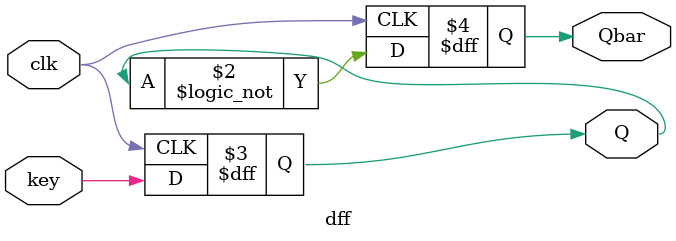
<source format=v>
`timescale 10ns / 100ps


module dff(input key, input clk, output reg Q, output reg Qbar);

//initial Q=0;
//initial Qbar=1;

always @(posedge clk)
    begin 
        Q<=key;
        Qbar<=!Q;
    end 

endmodule

</source>
